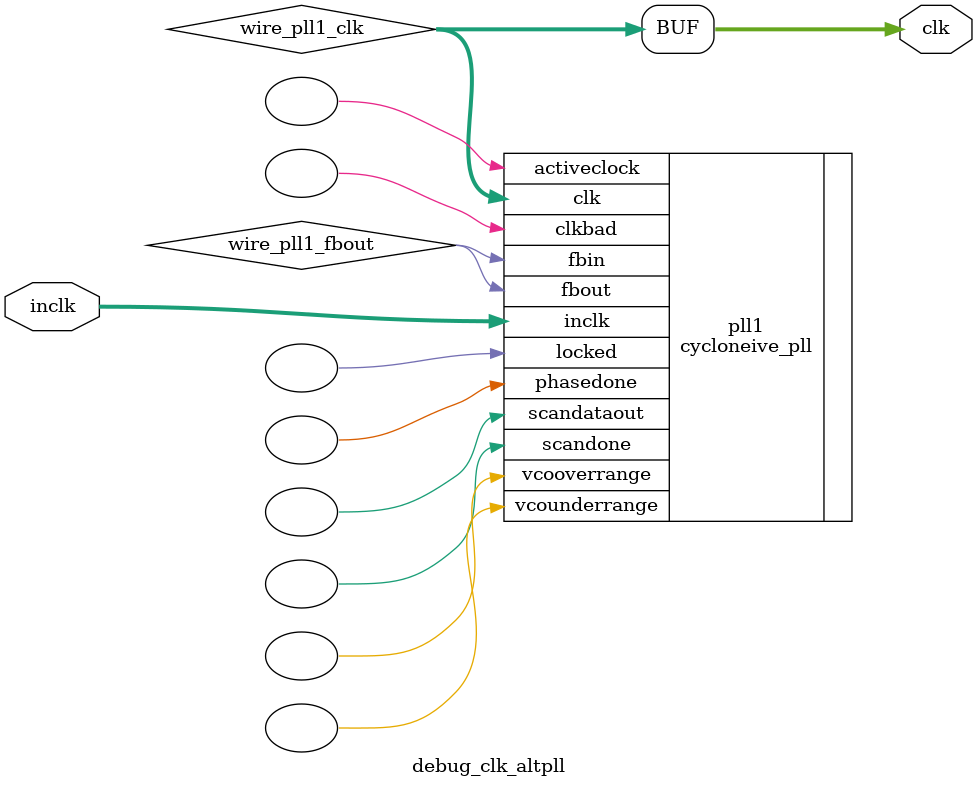
<source format=v>






//synthesis_resources = cycloneive_pll 1 
//synopsys translate_off
`timescale 1 ps / 1 ps
//synopsys translate_on
module  debug_clk_altpll
	( 
	clk,
	inclk) /* synthesis synthesis_clearbox=1 */;
	output   [4:0]  clk;
	input   [1:0]  inclk;
`ifndef ALTERA_RESERVED_QIS
// synopsys translate_off
`endif
	tri0   [1:0]  inclk;
`ifndef ALTERA_RESERVED_QIS
// synopsys translate_on
`endif

	wire  [4:0]   wire_pll1_clk;
	wire  wire_pll1_fbout;

	cycloneive_pll   pll1
	( 
	.activeclock(),
	.clk(wire_pll1_clk),
	.clkbad(),
	.fbin(wire_pll1_fbout),
	.fbout(wire_pll1_fbout),
	.inclk(inclk),
	.locked(),
	.phasedone(),
	.scandataout(),
	.scandone(),
	.vcooverrange(),
	.vcounderrange()
	`ifndef FORMAL_VERIFICATION
	// synopsys translate_off
	`endif
	,
	.areset(1'b0),
	.clkswitch(1'b0),
	.configupdate(1'b0),
	.pfdena(1'b1),
	.phasecounterselect({3{1'b0}}),
	.phasestep(1'b0),
	.phaseupdown(1'b0),
	.scanclk(1'b0),
	.scanclkena(1'b1),
	.scandata(1'b0)
	`ifndef FORMAL_VERIFICATION
	// synopsys translate_on
	`endif
	);
	defparam
		pll1.bandwidth_type = "auto",
		pll1.clk0_divide_by = 50,
		pll1.clk0_duty_cycle = 50,
		pll1.clk0_multiply_by = 1,
		pll1.clk0_phase_shift = "0",
		pll1.compensate_clock = "clk0",
		pll1.inclk0_input_frequency = 20000,
		pll1.operation_mode = "normal",
		pll1.pll_type = "auto",
		pll1.lpm_type = "cycloneive_pll";
	assign
		clk = {wire_pll1_clk[4:0]};
endmodule //debug_clk_altpll
//VALID FILE

</source>
